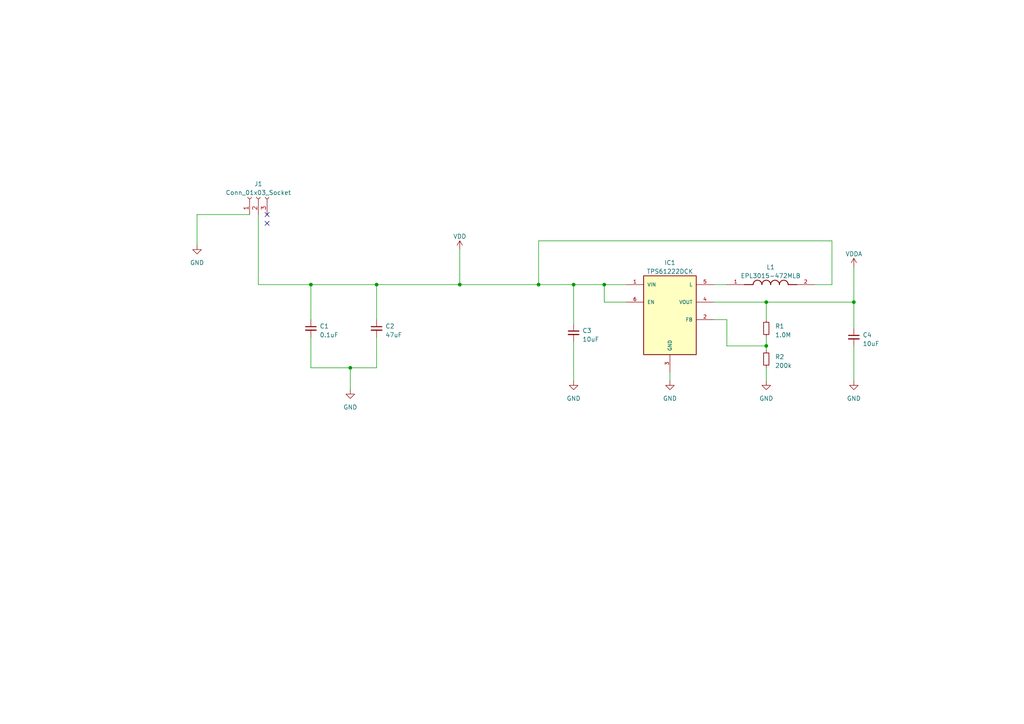
<source format=kicad_sch>
(kicad_sch (version 20230121) (generator eeschema)
  (paper "A4")
  (lib_symbols
    (symbol "Connector:Conn_01x03_Socket" (pin_names (offset 1.016) hide)
      (property "Reference" "J" (at 0 5.08 0))
      (property "Value" "Conn_01x03_Socket" (at 0 -5.08 0))
      (symbol "Conn_01x03_Socket_1_1"
        (arc (start 0 -2.032) (mid -0.5058 -2.54) (end 0 -3.048) (stroke (width 0.1524)))
        (polyline (pts (xy -1.27 -2.54) (xy -0.508 -2.54)) (stroke (width 0.1524)))
        (polyline (pts (xy -1.27 0) (xy -0.508 0)) (stroke (width 0.1524)))
        (polyline (pts (xy -1.27 2.54) (xy -0.508 2.54)) (stroke (width 0.1524)))
        (arc (start 0 0.508) (mid -0.5058 0) (end 0 -0.508) (stroke (width 0.1524)))
        (arc (start 0 3.048) (mid -0.5058 2.54) (end 0 2.032) (stroke (width 0.1524)))
        (pin passive line (at -5.08 2.54 0) (length 3.81) (name "Pin_1") (number "1"))
        (pin passive line (at -5.08 0 0) (length 3.81) (name "Pin_2") (number "2"))
        (pin passive line (at -5.08 -2.54 0) (length 3.81) (name "Pin_3") (number "3"))
      )
    )
    (symbol "Device:C_Small" (pin_numbers hide) (pin_names (offset 0.254) hide)
      (property "Reference" "C" (at 0.254 1.778 0))
      (property "Value" "C_Small" (at 0.254 -2.032 0))
      (symbol "C_Small_0_1"
        (polyline (pts (xy -1.524 -0.508) (xy 1.524 -0.508)) (stroke (width 0.3302)))
        (polyline (pts (xy -1.524 0.508) (xy 1.524 0.508)) (stroke (width 0.3048)))
      )
      (symbol "C_Small_1_1"
        (pin passive line (at 0 2.54 270) (length 2.032) (name "~") (number "1"))
        (pin passive line (at 0 -2.54 90) (length 2.032) (name "~") (number "2"))
      )
    )
    (symbol "Device:R_Small" (pin_numbers hide) (pin_names (offset 0.254) hide)
      (property "Reference" "R" (at 0.762 0.508 0))
      (property "Value" "R_Small" (at 0.762 -1.016 0))
      (symbol "R_Small_0_1"
        (rectangle (start -0.762 1.778) (end 0.762 -1.778) (stroke (width 0.2032)))
      )
      (symbol "R_Small_1_1"
        (pin passive line (at 0 2.54 270) (length 0.762) (name "~") (number "1"))
        (pin passive line (at 0 -2.54 90) (length 0.762) (name "~") (number "2"))
      )
    )
    (symbol "EPL3015-472MLB:EPL3015-472MLB" (pin_names (offset 1.016))
      (property "Reference" "L" (at -10.16 7.62 0))
      (property "Value" "EPL3015-472MLB" (at -10.16 5.08 0))
      (symbol "EPL3015-472MLB_0_0"
        (arc (start -2.54 0) (mid -3.81 1.2645) (end -5.08 0) (stroke (width 0.254)))
        (arc (start 0 0) (mid -1.27 1.2645) (end -2.54 0) (stroke (width 0.254)))
        (polyline (pts (xy -5.08 0) (xy -7.62 0)) (stroke (width 0.254)))
        (polyline (pts (xy 5.08 0) (xy 7.62 0)) (stroke (width 0.254)))
        (arc (start 2.54 0) (mid 1.27 1.2645) (end 0 0) (stroke (width 0.254)))
        (arc (start 5.08 0) (mid 3.81 1.2645) (end 2.54 0) (stroke (width 0.254)))
        (pin passive line (at -12.7 0 0) (length 5.08) (name "~") (number "1"))
        (pin passive line (at 12.7 0 180) (length 5.08) (name "~") (number "2"))
      )
    )
    (symbol "TPS61222DCK:TPS61222DCK" (pin_names (offset 1.016))
      (property "Reference" "IC" (at -7.62 15.24 0))
      (property "Value" "TPS61222DCK" (at 5.08 -12.7 0))
      (symbol "TPS61222DCK_0_0"
        (rectangle (start -7.62 -10.16) (end 7.62 12.7) (stroke (width 0.254)) (fill (type background)))
        (pin input line (at -12.7 10.16 0) (length 5.08) (name "VIN") (number "1"))
        (pin input line (at 12.7 0 180) (length 5.08) (name "FB") (number "2"))
        (pin power_in line (at 0 -15.24 90) (length 5.08) (name "GND") (number "3"))
        (pin output line (at 12.7 5.08 180) (length 5.08) (name "VOUT") (number "4"))
        (pin input line (at 12.7 10.16 180) (length 5.08) (name "L") (number "5"))
        (pin input line (at -12.7 5.08 0) (length 5.08) (name "EN") (number "6"))
      )
    )
    (symbol "power:GND" (power) (pin_names (offset 0))
      (property "Value" "GND" (at 0 -3.81 0))
      (symbol "GND_0_1"
        (polyline (pts (xy 0 0) (xy 0 -1.27) (xy 1.27 -1.27) (xy 0 -2.54) (xy -1.27 -1.27) (xy 0 -1.27)))
      )
      (symbol "GND_1_1"
        (pin power_in line (at 0 0 270) (length 0) hide (name "GND") (number "1"))
      )
    )
    (symbol "power:VDD" (power) (pin_names (offset 0))
      (property "Value" "VDD" (at 0 3.81 0))
      (symbol "VDD_0_1"
        (polyline (pts (xy -0.762 1.27) (xy 0 2.54)))
        (polyline (pts (xy 0 0) (xy 0 2.54)))
        (polyline (pts (xy 0 2.54) (xy 0.762 1.27)))
      )
      (symbol "VDD_1_1"
        (pin power_in line (at 0 0 90) (length 0) hide (name "VDD") (number "1"))
      )
    )
    (symbol "power:VDDA" (power) (pin_names (offset 0))
      (property "Value" "VDDA" (at 0 3.81 0))
      (symbol "VDDA_0_1"
        (polyline (pts (xy -0.762 1.27) (xy 0 2.54)))
        (polyline (pts (xy 0 0) (xy 0 2.54)))
        (polyline (pts (xy 0 2.54) (xy 0.762 1.27)))
      )
      (symbol "VDDA_1_1"
        (pin power_in line (at 0 0 90) (length 0) hide (name "VDDA") (number "1"))
      )
    )
  )
  (junction (at 156.21 82.55))
  (junction (at 175.26 82.55))
  (junction (at 222.25 87.63))
  (junction (at 90.17 82.55))
  (junction (at 109.22 82.55))
  (junction (at 133.35 82.55))
  (junction (at 222.25 100.33))
  (junction (at 166.37 82.55))
  (junction (at 247.65 87.63))
  (junction (at 101.6 106.68))
  (no_connect (at 77.47 64.77))
  (no_connect (at 77.47 62.23))
  (wire (pts (xy 133.35 72.39) (xy 133.35 82.55)))
  (wire (pts (xy 74.93 62.23) (xy 74.93 82.55)))
  (wire (pts (xy 222.25 97.79) (xy 222.25 100.33)))
  (wire (pts (xy 90.17 92.71) (xy 90.17 82.55)))
  (wire (pts (xy 222.25 87.63) (xy 247.65 87.63)))
  (wire (pts (xy 90.17 106.68) (xy 101.6 106.68)))
  (wire (pts (xy 207.01 92.71) (xy 210.82 92.71)))
  (wire (pts (xy 109.22 106.68) (xy 109.22 97.79)))
  (wire (pts (xy 222.25 106.68) (xy 222.25 110.49)))
  (wire (pts (xy 90.17 97.79) (xy 90.17 106.68)))
  (wire (pts (xy 222.25 87.63) (xy 222.25 92.71)))
  (wire (pts (xy 181.61 87.63) (xy 175.26 87.63)))
  (wire (pts (xy 210.82 100.33) (xy 222.25 100.33)))
  (wire (pts (xy 109.22 82.55) (xy 133.35 82.55)))
  (wire (pts (xy 133.35 82.55) (xy 156.21 82.55)))
  (wire (pts (xy 156.21 82.55) (xy 166.37 82.55)))
  (wire (pts (xy 247.65 87.63) (xy 247.65 95.25)))
  (wire (pts (xy 166.37 99.06) (xy 166.37 110.49)))
  (wire (pts (xy 57.15 62.23) (xy 57.15 71.12)))
  (wire (pts (xy 247.65 100.33) (xy 247.65 110.49)))
  (wire (pts (xy 74.93 82.55) (xy 90.17 82.55)))
  (wire (pts (xy 175.26 87.63) (xy 175.26 82.55)))
  (wire (pts (xy 156.21 69.85) (xy 156.21 82.55)))
  (wire (pts (xy 101.6 106.68) (xy 109.22 106.68)))
  (wire (pts (xy 90.17 82.55) (xy 109.22 82.55)))
  (wire (pts (xy 194.31 107.95) (xy 194.31 110.49)))
  (wire (pts (xy 109.22 92.71) (xy 109.22 82.55)))
  (wire (pts (xy 72.39 62.23) (xy 57.15 62.23)))
  (wire (pts (xy 166.37 82.55) (xy 175.26 82.55)))
  (wire (pts (xy 210.82 92.71) (xy 210.82 100.33)))
  (wire (pts (xy 236.22 82.55) (xy 241.3 82.55)))
  (wire (pts (xy 241.3 69.85) (xy 156.21 69.85)))
  (wire (pts (xy 166.37 93.98) (xy 166.37 82.55)))
  (wire (pts (xy 222.25 100.33) (xy 222.25 101.6)))
  (wire (pts (xy 101.6 106.68) (xy 101.6 113.03)))
  (wire (pts (xy 247.65 77.47) (xy 247.65 87.63)))
  (wire (pts (xy 207.01 87.63) (xy 222.25 87.63)))
  (wire (pts (xy 241.3 82.55) (xy 241.3 69.85)))
  (wire (pts (xy 207.01 82.55) (xy 210.82 82.55)))
  (wire (pts (xy 175.26 82.55) (xy 181.61 82.55)))
  (symbol (lib_id "power:GND") (at 247.65 110.49 0) (unit 1)
    (property "Reference" "#PWR07" (effects hide))
    (property "Value" "GND" (at 247.65 115.57 0))
  )
  (symbol (lib_id "Connector:Conn_01x03_Socket") (at 74.93 57.15 90) (unit 1)
    (property "Reference" "J1" (at 74.93 53.34 90))
    (property "Value" "Conn_01x03_Socket" (at 74.93 55.88 90))
    (property "Footprint" "Connector_JST:JST_XH_B3B-XH-A_1x03_P2.50mm_Vertical" (effects hide))
  )
  (symbol (lib_id "power:GND") (at 194.31 110.49 0) (unit 1)
    (property "Reference" "#PWR04" (effects hide))
    (property "Value" "GND" (at 194.31 115.57 0))
  )
  (symbol (lib_id "power:GND") (at 222.25 110.49 0) (unit 1)
    (property "Reference" "#PWR06" (effects hide))
    (property "Value" "GND" (at 222.25 115.57 0))
  )
  (symbol (lib_id "Device:C_Small") (at 90.17 95.25 0) (unit 1)
    (property "Reference" "C1" (at 92.71 94.6213 0) (effects (justify left)))
    (property "Value" "0.1uF" (at 92.71 97.1613 0) (effects (justify left)))
    (property "Footprint" "Capacitor_SMD:C_0402_1005Metric" (effects hide))
  )
  (symbol (lib_id "Device:R_Small") (at 222.25 95.25 0) (unit 1)
    (property "Reference" "R1" (at 224.79 94.615 0) (effects (justify left)))
    (property "Value" "1.0M" (at 224.79 97.155 0) (effects (justify left)))
    (property "Footprint" "Resistor_SMD:R_0402_1005Metric" (effects hide))
  )
  (symbol (lib_id "Device:C_Small") (at 166.37 96.52 0) (unit 1)
    (property "Reference" "C3" (at 168.91 95.8913 0) (effects (justify left)))
    (property "Value" "10uF" (at 168.91 98.4313 0) (effects (justify left)))
    (property "Footprint" "Capacitor_SMD:C_0805_2012Metric" (effects hide))
  )
  (symbol (lib_id "power:VDDA") (at 247.65 77.47 0) (unit 1)
    (property "Reference" "#PWR015" (effects hide))
    (property "Value" "VDDA" (at 247.65 73.66 0))
  )
  (symbol (lib_id "TPS61222DCK:TPS61222DCK") (at 194.31 92.71 0) (unit 1)
    (property "Reference" "IC1" (at 194.31 76.2 0))
    (property "Value" "TPS61222DCK" (at 194.31 78.74 0))
    (property "Footprint" "TPS61222DCK:DCK_R-PDSO-G6" (effects hide))
  )
  (symbol (lib_id "Device:R_Small") (at 222.25 104.14 0) (unit 1)
    (property "Reference" "R2" (at 224.79 103.505 0) (effects (justify left)))
    (property "Value" "200k" (at 224.79 106.045 0) (effects (justify left)))
    (property "Footprint" "Resistor_SMD:R_0402_1005Metric" (effects hide))
  )
  (symbol (lib_id "EPL3015-472MLB:EPL3015-472MLB") (at 223.52 82.55 0) (unit 1)
    (property "Reference" "L1" (at 223.52 77.47 0))
    (property "Value" "EPL3015-472MLB" (at 223.52 80.01 0))
    (property "Footprint" "EPL3015-472MLB:IND_EPL3015-472MLB" (effects hide))
    (property "PARTREV" "10/09/17" (effects hide))
    (property "STANDARD" "Manufacturer Recommendations" (effects hide))
    (property "MAXIMUM_PACKAGE_HEIGHT" "1.55mm" (effects hide))
    (property "MANUFACTURER" "Coil Craft" (effects hide))
  )
  (symbol (lib_id "power:GND") (at 57.15 71.12 0) (unit 1)
    (property "Reference" "#PWR01" (effects hide))
    (property "Value" "GND" (at 57.15 76.2 0))
  )
  (symbol (lib_id "power:GND") (at 101.6 113.03 0) (unit 1)
    (property "Reference" "#PWR02" (effects hide))
    (property "Value" "GND" (at 101.6 118.11 0))
  )
  (symbol (lib_id "power:GND") (at 166.37 110.49 0) (unit 1)
    (property "Reference" "#PWR03" (effects hide))
    (property "Value" "GND" (at 166.37 115.57 0))
  )
  (symbol (lib_id "power:VDD") (at 133.35 72.39 0) (unit 1)
    (property "Reference" "#PWR013" (effects hide))
    (property "Value" "VDD" (at 133.35 68.58 0))
  )
  (symbol (lib_id "Device:C_Small") (at 247.65 97.79 0) (unit 1)
    (property "Reference" "C4" (at 250.19 97.1613 0) (effects (justify left)))
    (property "Value" "10uF" (at 250.19 99.7013 0) (effects (justify left)))
    (property "Footprint" "Capacitor_SMD:C_0805_2012Metric" (effects hide))
  )
  (symbol (lib_id "Device:C_Small") (at 109.22 95.25 0) (unit 1)
    (property "Reference" "C2" (at 111.76 94.6213 0) (effects (justify left)))
    (property "Value" "47uF" (at 111.76 97.1613 0) (effects (justify left)))
    (property "Footprint" "Capacitor_SMD:C_1206_3216Metric" (effects hide))
  )
)
</source>
